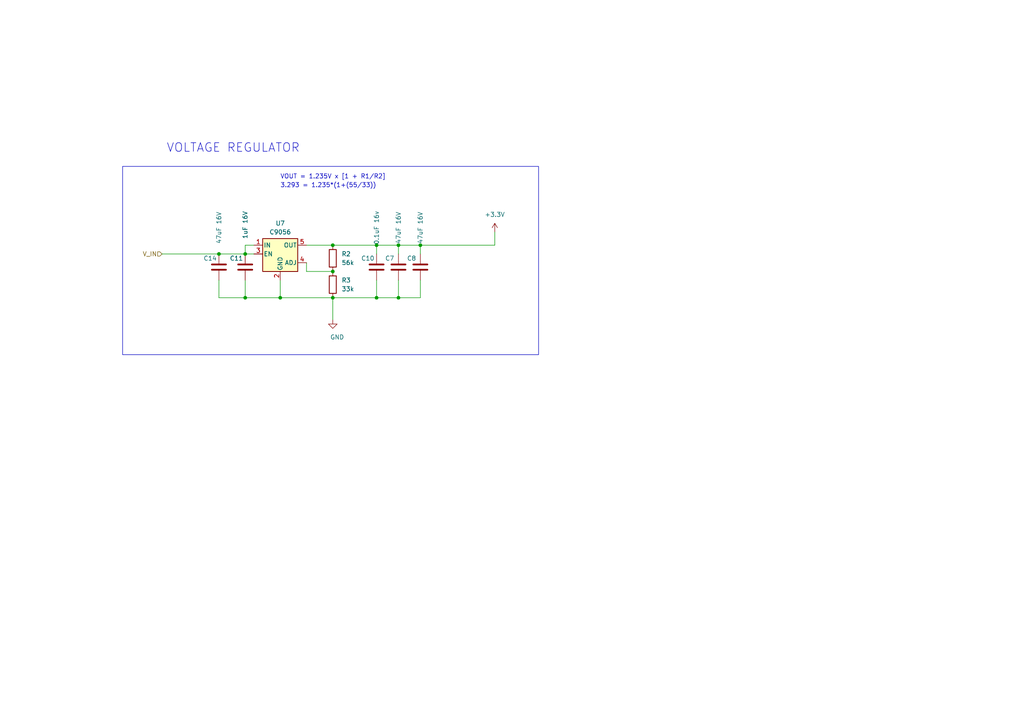
<source format=kicad_sch>
(kicad_sch (version 20231120) (generator "eeschema") (generator_version "8.0")
  (paper "A4")
  (lib_symbols
    (symbol "Device:C" (pin_numbers hide) (pin_names (offset 0.254))
      (property "Reference" "C" (at 0.635 2.54 0))
      (property "Value" "C" (at 0.635 -2.54 0))
      (symbol "C_0_1"
        (polyline (pts (xy -2.032 -0.762) (xy 2.032 -0.762)) (stroke (width 0.508)))
        (polyline (pts (xy -2.032 0.762) (xy 2.032 0.762)) (stroke (width 0.508)))
      )
      (symbol "C_1_1"
        (pin passive line (at 0 3.81 270) (length 2.794) (name "~") (number "1"))
        (pin passive line (at 0 -3.81 90) (length 2.794) (name "~") (number "2"))
      )
    )
    (symbol "Device:R" (pin_numbers hide) (pin_names (offset 0))
      (property "Reference" "R" (at 2.032 0 90))
      (property "Value" "R" (at 0 0 90))
      (symbol "R_0_1"
        (rectangle (start -1.016 -2.54) (end 1.016 2.54) (stroke (width 0.254)))
      )
      (symbol "R_1_1"
        (pin passive line (at 0 3.81 270) (length 1.27) (name "~") (number "1"))
        (pin passive line (at 0 -3.81 90) (length 1.27) (name "~") (number "2"))
      )
    )
    (symbol "Regulator_Linear:SPX3819M5-L" (pin_names (offset 0.254))
      (property "Reference" "U" (at -3.81 5.715 0))
      (property "Value" "SPX3819M5-L" (at 0 5.715 0))
      (symbol "SPX3819M5-L_0_1"
        (rectangle (start -5.08 4.445) (end 5.08 -5.08) (stroke (width 0.254)) (fill (type background)))
      )
      (symbol "SPX3819M5-L_1_1"
        (pin power_in line (at -7.62 2.54 0) (length 2.54) (name "IN") (number "1"))
        (pin power_in line (at 0 -7.62 90) (length 2.54) (name "GND") (number "2"))
        (pin input line (at -7.62 0 0) (length 2.54) (name "EN") (number "3"))
        (pin input line (at 7.62 -2.54 180) (length 2.54) (name "ADJ") (number "4"))
        (pin power_out line (at 7.62 2.54 180) (length 2.54) (name "OUT") (number "5"))
      )
    )
    (symbol "power:+3.3V" (power) (pin_names (offset 0))
      (property "Value" "+3.3V" (at 0 3.556 0))
      (symbol "+3.3V_0_1"
        (polyline (pts (xy -0.762 1.27) (xy 0 2.54)))
        (polyline (pts (xy 0 0) (xy 0 2.54)))
        (polyline (pts (xy 0 2.54) (xy 0.762 1.27)))
      )
      (symbol "+3.3V_1_1"
        (pin power_in line (at 0 0 90) (length 0) hide (name "+3.3V") (number "1"))
      )
    )
    (symbol "power:GND" (power) (pin_names (offset 0))
      (property "Value" "GND" (at 0 -3.81 0))
      (symbol "GND_0_1"
        (polyline (pts (xy 0 0) (xy 0 -1.27) (xy 1.27 -1.27) (xy 0 -2.54) (xy -1.27 -1.27) (xy 0 -1.27)))
      )
      (symbol "GND_1_1"
        (pin power_in line (at 0 0 270) (length 0) hide (name "GND") (number "1"))
      )
    )
  )
  (junction (at 96.52 71.12))
  (junction (at 115.57 71.12))
  (junction (at 63.5 73.66))
  (junction (at 96.52 78.74))
  (junction (at 71.12 73.66) (diameter 0.9144))
  (junction (at 109.22 71.12))
  (junction (at 121.92 71.12))
  (junction (at 115.57 86.36))
  (junction (at 71.12 86.36))
  (junction (at 81.28 86.36))
  (junction (at 109.22 86.36))
  (junction (at 96.52 86.36))
  (wire (pts (xy 121.92 81.28) (xy 121.92 86.36)))
  (wire (pts (xy 81.28 81.28) (xy 81.28 86.36)))
  (wire (pts (xy 71.12 71.12) (xy 73.66 71.12)))
  (wire (pts (xy 71.12 81.28) (xy 71.12 86.36)))
  (wire (pts (xy 115.57 86.36) (xy 121.92 86.36)))
  (wire (pts (xy 143.51 67.31) (xy 143.51 71.12)))
  (wire (pts (xy 96.52 92.71) (xy 96.52 86.36)))
  (wire (pts (xy 109.22 81.28) (xy 109.22 86.36)))
  (wire (pts (xy 109.22 71.12) (xy 115.57 71.12)))
  (wire (pts (xy 121.92 71.12) (xy 121.92 73.66)))
  (wire (pts (xy 115.57 81.28) (xy 115.57 86.36)))
  (wire (pts (xy 63.5 86.36) (xy 63.5 81.28)))
  (wire (pts (xy 96.52 86.36) (xy 109.22 86.36)))
  (wire (pts (xy 81.28 86.36) (xy 96.52 86.36)))
  (wire (pts (xy 71.12 73.66) (xy 71.12 71.12)))
  (wire (pts (xy 109.22 86.36) (xy 115.57 86.36)))
  (wire (pts (xy 96.52 71.12) (xy 109.22 71.12)))
  (wire (pts (xy 115.57 71.12) (xy 121.92 71.12)))
  (wire (pts (xy 71.12 86.36) (xy 81.28 86.36)))
  (wire (pts (xy 63.5 73.66) (xy 71.12 73.66)))
  (wire (pts (xy 46.99 73.66) (xy 63.5 73.66)))
  (wire (pts (xy 88.9 78.74) (xy 88.9 76.2)))
  (wire (pts (xy 96.52 78.74) (xy 88.9 78.74)))
  (wire (pts (xy 143.51 71.12) (xy 121.92 71.12)))
  (wire (pts (xy 115.57 71.12) (xy 115.57 73.66)))
  (wire (pts (xy 73.66 73.66) (xy 71.12 73.66)))
  (wire (pts (xy 63.5 86.36) (xy 71.12 86.36)))
  (wire (pts (xy 88.9 71.12) (xy 96.52 71.12)))
  (wire (pts (xy 109.22 71.12) (xy 109.22 73.66)))
  (rectangle (start 35.56 48.26) (end 156.21 102.87))
  (text "VOLTAGE REGULATOR" (at 48.26 44.45 0) (effects (font (size 2.5 2.5)) (justify left bottom)))
  (text "3.293 = 1.235*(1+(55/33))" (at 81.28 54.61 0) (effects (font (size 1.27 1.27)) (justify left bottom)))
  (text "VOUT = 1.235V x [1 + R1/R2]" (at 81.28 52.07 0) (effects (font (size 1.27 1.27)) (justify left bottom)))
  (hierarchical_label "V_IN" (shape input) (at 46.99 73.66 180))
  (symbol (lib_id "Device:C") (at 109.22 77.47 180) (unit 1)
    (property "Reference" "C10" (at 106.68 74.93 0))
    (property "Value" "0.1uF 16v" (at 109.22 66.04 90))
    (property "Footprint" "Capacitor_SMD:C_0603_1608Metric" (effects (hide yes)))
    (property "mpn" "CC0603KRX7R7BB104" (effects (hide yes)))
    (instances (project "esp32Solar" (path "" (reference "C10") (unit 1))) (project "mIRB_KiCAD_esp32" (path "" (reference "C4") (unit 1))))
  )
  (symbol (lib_id "Device:R") (at 96.52 82.55 0) (unit 1)
    (property "Reference" "R3" (at 99.06 81.28 0) (effects (justify left)))
    (property "Value" "33k" (at 99.06 83.82 0) (effects (justify left)))
    (property "Footprint" "Resistor_SMD:R_0603_1608Metric" (effects (hide yes)))
  )
  (symbol (lib_id "power:GND") (at 96.52 92.71 0) (unit 1)
    (property "Reference" "#PWR0106" (effects (hide yes)))
    (property "Value" "GND" (at 97.79 97.79 0))
    (instances (project "esp32Solar" (path "" (reference "#PWR0106") (unit 1))) (project "mIRB_KiCAD_esp32" (path "" (reference "#PWR06") (unit 1))))
  )
  (symbol (lib_id "power:+3.3V") (at 143.51 67.31 0) (unit 1)
    (property "Reference" "#PWR08" (effects (hide yes)))
    (property "Value" "+3.3V" (at 143.51 62.23 0))
  )
  (symbol (lib_id "Device:C") (at 63.5 77.47 180) (unit 1)
    (property "Reference" "C14" (at 60.96 74.93 0))
    (property "Value" "47uF 16V" (at 63.5 66.04 90))
    (property "Footprint" "Capacitor_SMD:C_0805_2012Metric" (effects (hide yes)))
    (property "mpn" "C2012X5R1A476M125AC" (effects (hide yes)))
    (instances (project "esp32Solar" (path "" (reference "C14") (unit 1))) (project "mIRB_KiCAD_esp32" (path "" (reference "C2") (unit 1))))
  )
  (symbol (lib_id "Regulator_Linear:SPX3819M5-L") (at 81.28 73.66 0) (unit 1)
    (property "Reference" "U7" (at 81.28 64.77 0))
    (property "Value" "C9056" (at 81.28 67.31 0))
    (property "Footprint" "Package_TO_SOT_SMD:SOT-23-5" (effects (hide yes)))
    (property "Datasheet" "https://www.exar.com/content/document.ashx?id=22106&languageid=1033&type=Datasheet&partnumber=SPX3819&filename=SPX3819.pdf&part=SPX3819" (effects (hide yes)))
    (property "MFG" "SPX3819M5-L/TR" (effects (hide yes)))
    (instances (project "esp32Solar" (path "" (reference "U7") (unit 1))) (project "mIRB_KiCAD_esp32" (path "" (reference "U3") (unit 1))))
  )
  (symbol (lib_id "Device:C") (at 71.12 77.47 180) (unit 1)
    (property "Reference" "C11" (at 68.58 74.93 0))
    (property "Value" "1uF 16V " (at 71.12 64.77 90))
    (property "Footprint" "Capacitor_SMD:C_0805_2012Metric" (effects (hide yes)))
    (instances (project "esp32Solar" (path "" (reference "C11") (unit 1))) (project "mIRB_KiCAD_esp32" (path "" (reference "C3") (unit 1))))
  )
  (symbol (lib_id "Device:C") (at 121.92 77.47 180) (unit 1)
    (property "Reference" "C8" (at 119.38 74.93 0))
    (property "Value" "47uF 16V" (at 121.92 66.04 90))
    (property "Footprint" "Capacitor_SMD:C_0805_2012Metric" (effects (hide yes)))
    (property "mpn" "C2012X5R1A476M125AC" (effects (hide yes)))
    (instances (project "esp32Solar" (path "" (reference "C8") (unit 1))) (project "mIRB_KiCAD_esp32" (path "" (reference "C6") (unit 1))))
  )
  (symbol (lib_id "Device:R") (at 96.52 74.93 0) (unit 1)
    (property "Reference" "R2" (at 99.06 73.66 0) (effects (justify left)))
    (property "Value" "56k" (at 99.06 76.2 0) (effects (justify left)))
    (property "Footprint" "Resistor_SMD:R_0603_1608Metric" (effects (hide yes)))
  )
  (symbol (lib_id "Device:C") (at 115.57 77.47 180) (unit 1)
    (property "Reference" "C7" (at 113.03 74.93 0))
    (property "Value" "47uF 16V" (at 115.57 66.04 90))
    (property "Footprint" "Capacitor_SMD:C_0805_2012Metric" (effects (hide yes)))
    (property "mpn" "C2012X5R1A476M125AC" (effects (hide yes)))
    (instances (project "esp32Solar" (path "" (reference "C7") (unit 1))) (project "mIRB_KiCAD_esp32" (path "" (reference "C5") (unit 1))))
  )
)
</source>
